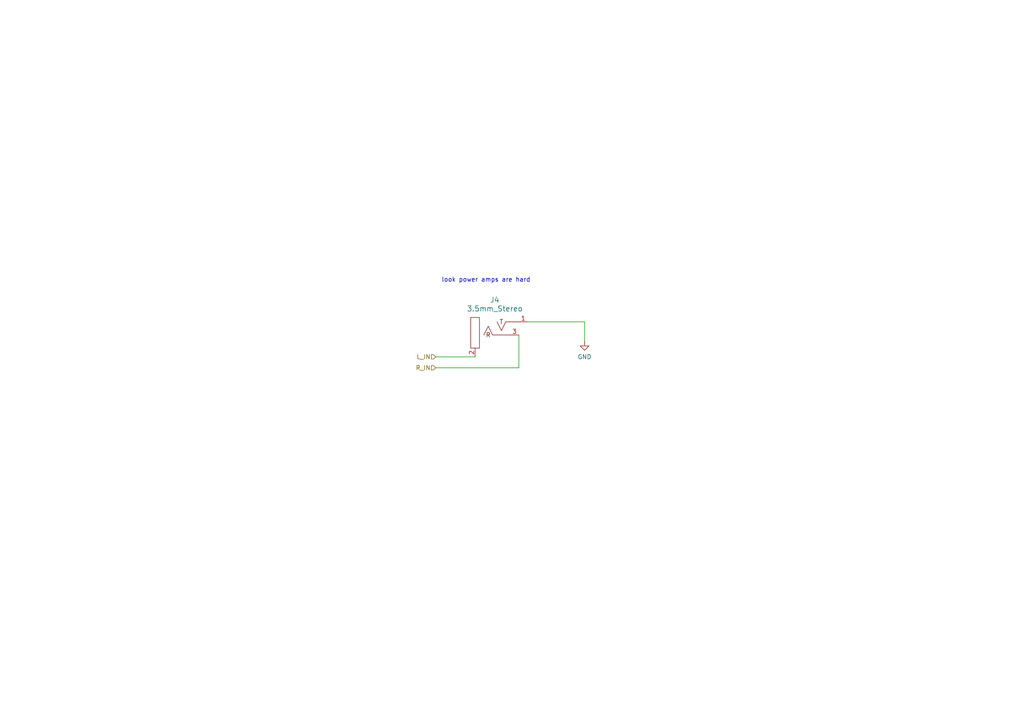
<source format=kicad_sch>
(kicad_sch (version 20231120) (generator "eeschema") (generator_version "8.0")
  (paper "A4")
  (lib_symbols
    (symbol "PCM_4ms_Jack:3.5mm_Stereo" (pin_names (offset 0) hide)
      (property "Reference" "J" (at -6.35 -7.62 0))
      (property "Value" "3.5mm_Stereo" (at 6.35 6.604 0))
      (symbol "3.5mm_Stereo_0_0"
        (rectangle (start -6.35 5.08) (end -3.81 -3.81))
        (polyline (pts (xy 1.27 3.81) (xy 2.54 1.27) (xy 3.81 3.81) (xy 7.62 3.81)))
        (text "R" (at -1.27 0 0) (effects (font (size 1.27 1.27))))
        (text "T" (at 2.54 3.81 0) (effects (font (size 1.27 1.27))))
      )
      (symbol "3.5mm_Stereo_0_1"
        (polyline (pts (xy 5.08 0) (xy 0 0) (xy -1.27 2.54) (xy -2.54 0)))
      )
      (symbol "3.5mm_Stereo_1_1"
        (pin passive line (at 10.16 3.81 180) (length 2.54) (name "SIG") (number "1"))
        (pin passive line (at -5.08 -6.35 90) (length 2.54) (name "SHEILD") (number "2"))
        (pin passive line (at 7.62 0 180) (length 2.54) (name "SW") (number "3"))
      )
    )
    (symbol "power:GND" (power) (pin_numbers hide) (pin_names (offset 0) hide)
      (property "Value" "GND" (at 0 -3.81 0))
      (symbol "GND_0_1"
        (polyline (pts (xy 0 0) (xy 0 -1.27) (xy 1.27 -1.27) (xy 0 -2.54) (xy -1.27 -1.27) (xy 0 -1.27)))
      )
      (symbol "GND_1_1"
        (pin power_in line (at 0 0 270) (length 0) (name "~") (number "1"))
      )
    )
  )
  (wire (pts (xy 169.545 93.345) (xy 169.545 99.06)))
  (wire (pts (xy 126.365 103.505) (xy 137.795 103.505)))
  (wire (pts (xy 150.495 97.155) (xy 150.495 106.68)))
  (wire (pts (xy 126.365 106.68) (xy 150.495 106.68)))
  (wire (pts (xy 153.035 93.345) (xy 169.545 93.345)))
  (text "look power amps are hard" (at 140.97 81.28 0) (effects (font (size 1.27 1.27))))
  (hierarchical_label "L_IN" (shape input) (at 126.365 103.505 180))
  (hierarchical_label "R_IN" (shape input) (at 126.365 106.68 180))
  (symbol (lib_id "power:GND") (at 169.545 99.06 0) (unit 1)
    (property "Reference" "#PWR0113" (effects (hide yes)))
    (property "Value" "GND" (at 169.545 103.505 0))
    (property "Description" "Power symbol creates a global label with name \"GND\" , ground" (effects (hide yes)))
  )
  (symbol (lib_id "PCM_4ms_Jack:3.5mm_Stereo") (at 142.875 97.155 0) (unit 1)
    (property "Reference" "J4" (at 143.51 86.995 0) (effects (font (size 1.524 1.524))))
    (property "Value" "3.5mm_Stereo" (at 143.51 89.535 0) (effects (font (size 1.524 1.524))))
    (property "Footprint" "4ms_Jack:EighthInch_Stereo_PJ366ST" (effects (hide yes)))
    (property "Description" "Audio 3.5mm Jack, stereo, PC-pin Vertical" (effects (hide yes)))
    (property "Specifications" "Audio 3.5mm Jack, Stereo, PC-pin Vertical" (effects (hide yes)))
    (property "Manufacturer" "Wenzhou QingPu Electronics Co" (effects (hide yes)))
    (property "Part Number" "WQP-WQP419GR" (effects (hide yes)))
  )
)
</source>
